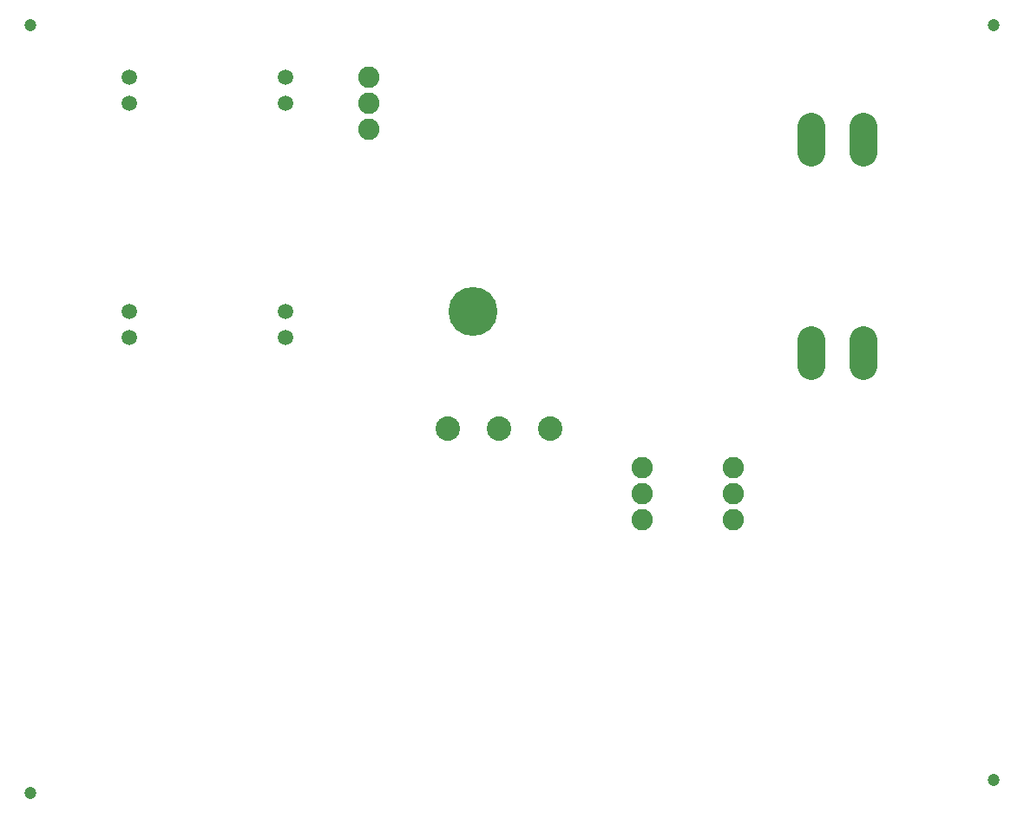
<source format=gbr>
G04 EAGLE Gerber RS-274X export*
G75*
%MOMM*%
%FSLAX34Y34*%
%LPD*%
%INSoldermask Bottom*%
%IPPOS*%
%AMOC8*
5,1,8,0,0,1.08239X$1,22.5*%
G01*
%ADD10C,1.203200*%
%ADD11C,2.743200*%
%ADD12C,1.511200*%
%ADD13C,4.775200*%
%ADD14C,2.082800*%
%ADD15C,2.387600*%


D10*
X25400Y774700D03*
X965200Y774700D03*
X965200Y38100D03*
X25400Y25400D03*
D11*
X838200Y650240D02*
X838200Y675640D01*
X787400Y675640D02*
X787400Y650240D01*
X787400Y467360D02*
X787400Y441960D01*
X838200Y441960D02*
X838200Y467360D01*
D12*
X122000Y469900D03*
X122000Y495300D03*
X274400Y469900D03*
X274400Y495300D03*
X122000Y698500D03*
X122000Y723900D03*
X274400Y698500D03*
X274400Y723900D03*
D13*
X457200Y495300D03*
D14*
X711200Y292100D03*
X711200Y317500D03*
X711200Y342900D03*
X622300Y292100D03*
X622300Y317500D03*
X622300Y342900D03*
D15*
X432600Y381000D03*
X482600Y381000D03*
X532600Y381000D03*
D14*
X355600Y723900D03*
X355600Y698500D03*
X355600Y673100D03*
M02*

</source>
